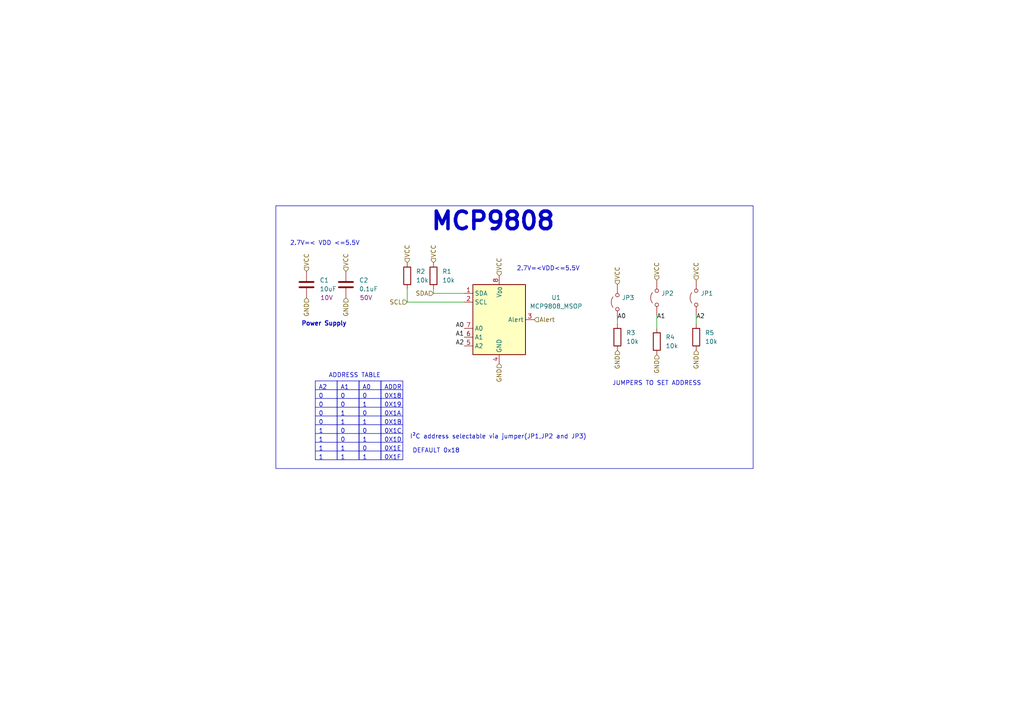
<source format=kicad_sch>
(kicad_sch (version 20250114) (generator "eeschema") (generator_version "9.0")
  (paper "A4")
  (lib_symbols
    (symbol "Library:C" (pin_numbers (hide yes)) (pin_names (offset 0.254))
      (property "Reference" "C" (at 0.635 2.54 0))
      (property "Value" "C" (at 0.635 -2.54 0))
      (symbol "C_0_1"
        (polyline (pts (xy -2.032 0.762) (xy 2.032 0.762)) (stroke (width 0.508)))
        (polyline (pts (xy -2.032 -0.762) (xy 2.032 -0.762)) (stroke (width 0.508)))
      )
      (symbol "C_1_1"
        (pin passive line (at 0 3.81 270) (length 2.794) (name "~") (number "1"))
        (pin passive line (at 0 -3.81 90) (length 2.794) (name "~") (number "2"))
      )
    )
    (symbol "Library:Jumper_2_Open" (pin_numbers (hide yes)) (pin_names (offset 0) (hide yes))
      (property "Reference" "JP" (at 0 2.794 0))
      (property "Value" "Jumper_2_Open" (at 0 -2.286 0))
      (symbol "Jumper_2_Open_0_0"
        (circle (center -2.032 0) (radius 0.508))
        (circle (center 2.032 0) (radius 0.508))
      )
      (symbol "Jumper_2_Open_0_1"
        (arc (start -1.524 1.27) (mid 0 1.778) (end 1.524 1.27))
      )
      (symbol "Jumper_2_Open_1_1"
        (pin passive line (at -5.08 0 0) (length 2.54) (name "A") (number "1"))
        (pin passive line (at 5.08 0 180) (length 2.54) (name "B") (number "2"))
      )
    )
    (symbol "Library:MCP9808_MSOP"
      (property "Reference" "U" (at -6.35 11.43 0))
      (property "Value" "MCP9808_MSOP" (at 10.16 11.43 0))
      (symbol "MCP9808_MSOP_0_1"
        (rectangle (start -7.62 10.16) (end 7.62 -10.16) (stroke (width 0.254)) (fill (type background)))
      )
      (symbol "MCP9808_MSOP_1_1"
        (pin bidirectional line (at -10.16 7.62 0) (length 2.54) (name "SDA") (number "1"))
        (pin input line (at -10.16 5.08 0) (length 2.54) (name "SCL") (number "2"))
        (pin input line (at -10.16 -2.54 0) (length 2.54) (name "A0") (number "7"))
        (pin input line (at -10.16 -5.08 0) (length 2.54) (name "A1") (number "6"))
        (pin input line (at -10.16 -7.62 0) (length 2.54) (name "A2") (number "5"))
        (pin power_in line (at 0 12.7 270) (length 2.54) (name "V_{DD}") (number "8"))
        (pin power_in line (at 0 -12.7 90) (length 2.54) (name "GND") (number "4"))
        (pin output line (at 10.16 0 180) (length 2.54) (name "Alert") (number "3"))
      )
    )
    (symbol "Library:R" (pin_numbers (hide yes)) (pin_names (offset 0))
      (property "Reference" "R" (at 2.032 0 90))
      (property "Value" "R" (at 0 0 90))
      (symbol "R_0_1"
        (rectangle (start -1.016 -2.54) (end 1.016 2.54) (stroke (width 0.254)))
      )
      (symbol "R_1_1"
        (pin passive line (at 0 3.81 270) (length 1.27) (name "~") (number "1"))
        (pin passive line (at 0 -3.81 90) (length 1.27) (name "~") (number "2"))
      )
    )
  )
  (rectangle (start 80.01 59.69) (end 218.44 135.89))
  (text "JUMPERS TO SET ADDRESS" (at 190.5 111.252 0) (effects (font (size 1.27 1.27))))
  (text "I²C address selectable via jumper(JP1,JP2 and JP3)" (at 144.526 126.746 0) (effects (font (size 1.27 1.27))))
  (text "2.7V=<VDD<=5.5V" (at 159.004 77.978 0) (effects (font (size 1.27 1.27))))
  (text "MCP9808" (at 143.002 64.262 0) (effects (font (size 5.08 5.08) (thickness 1.016) (bold yes))))
  (text "Power Supply\n" (at 93.98 93.98 0) (effects (font (size 1.27 1.27) (thickness 0.254) (bold yes))))
  (text "2.7V=< VDD <=5.5V" (at 94.234 70.612 0) (effects (font (size 1.27 1.27))))
  (text "DEFAULT 0x18" (at 126.492 130.81 0) (effects (font (size 1.27 1.27))))
  (text "ADDRESS TABLE\n" (at 102.87 108.966 0) (effects (font (size 1.27 1.27))))
  (wire (pts (xy 179.07 92.71) (xy 179.07 93.98)))
  (wire (pts (xy 134.62 87.63) (xy 118.11 87.63)))
  (wire (pts (xy 134.62 85.09) (xy 125.73 85.09)))
  (wire (pts (xy 190.5 91.44) (xy 190.5 95.25)))
  (wire (pts (xy 118.11 87.63) (xy 118.11 83.82)))
  (wire (pts (xy 125.73 85.09) (xy 125.73 83.82)))
  (wire (pts (xy 201.93 91.44) (xy 201.93 93.98)))
  (table (column_count 1) (border (external yes) (header yes)) (separators (rows yes) (cols yes)) (column_widths 6.35) (row_heights 2.54 2.54 2.54 2.54 2.54 2.54 2.54 2.54 2.54) (cells (table_cell "ADDR" (at 110.49 110.49 0) (size 6.35 2.54) (margins 0.9525 0.9525 0.9525 0.9525) (span 1 1)) (table_cell "0X18" (at 110.49 113.03 0) (size 6.35 2.54) (margins 0.9525 0.9525 0.9525 0.9525) (span 1 1)) (table_cell "0X19" (at 110.49 115.57 0) (size 6.35 2.54) (margins 0.9525 0.9525 0.9525 0.9525) (span 1 1)) (table_cell "0X1A" (at 110.49 118.11 0) (size 6.35 2.54) (margins 0.9525 0.9525 0.9525 0.9525) (span 1 1)) (table_cell "0X1B" (at 110.49 120.65 0) (size 6.35 2.54) (margins 0.9525 0.9525 0.9525 0.9525) (span 1 1)) (table_cell "0X1C" (at 110.49 123.19 0) (size 6.35 2.54) (margins 0.9525 0.9525 0.9525 0.9525) (span 1 1)) (table_cell "0X1D" (at 110.49 125.73 0) (size 6.35 2.54) (margins 0.9525 0.9525 0.9525 0.9525) (span 1 1)) (table_cell "0X1E" (at 110.49 128.27 0) (size 6.35 2.54) (margins 0.9525 0.9525 0.9525 0.9525) (span 1 1)) (table_cell "0X1F" (at 110.49 130.81 0) (size 6.35 2.54) (margins 0.9525 0.9525 0.9525 0.9525) (span 1 1))))
  (table (column_count 1) (border (external yes) (header yes)) (separators (rows yes) (cols yes)) (column_widths 6.35) (row_heights 2.54 2.54 2.54 2.54 2.54 2.54 2.54 2.54 2.54) (cells (table_cell "A0" (at 104.14 110.49 0) (size 6.35 2.54) (margins 0.9525 0.9525 0.9525 0.9525) (span 1 1)) (table_cell "0" (at 104.14 113.03 0) (size 6.35 2.54) (margins 0.9525 0.9525 0.9525 0.9525) (span 1 1)) (table_cell "1" (at 104.14 115.57 0) (size 6.35 2.54) (margins 0.9525 0.9525 0.9525 0.9525) (span 1 1)) (table_cell "0" (at 104.14 118.11 0) (size 6.35 2.54) (margins 0.9525 0.9525 0.9525 0.9525) (span 1 1)) (table_cell "1" (at 104.14 120.65 0) (size 6.35 2.54) (margins 0.9525 0.9525 0.9525 0.9525) (span 1 1)) (table_cell "0" (at 104.14 123.19 0) (size 6.35 2.54) (margins 0.9525 0.9525 0.9525 0.9525) (span 1 1)) (table_cell "1" (at 104.14 125.73 0) (size 6.35 2.54) (margins 0.9525 0.9525 0.9525 0.9525) (span 1 1)) (table_cell "0" (at 104.14 128.27 0) (size 6.35 2.54) (margins 0.9525 0.9525 0.9525 0.9525) (span 1 1)) (table_cell "1" (at 104.14 130.81 0) (size 6.35 2.54) (margins 0.9525 0.9525 0.9525 0.9525) (span 1 1))))
  (table (column_count 1) (border (external yes) (header yes)) (separators (rows yes) (cols yes)) (column_widths 6.35) (row_heights 2.54 2.54 2.54 2.54 2.54 2.54 2.54 2.54 2.54) (cells (table_cell "A2" (at 91.44 110.49 0) (size 6.35 2.54) (margins 0.9525 0.9525 0.9525 0.9525) (span 1 1)) (table_cell "0" (at 91.44 113.03 0) (size 6.35 2.54) (margins 0.9525 0.9525 0.9525 0.9525) (span 1 1)) (table_cell "0" (at 91.44 115.57 0) (size 6.35 2.54) (margins 0.9525 0.9525 0.9525 0.9525) (span 1 1)) (table_cell "0" (at 91.44 118.11 0) (size 6.35 2.54) (margins 0.9525 0.9525 0.9525 0.9525) (span 1 1)) (table_cell "0" (at 91.44 120.65 0) (size 6.35 2.54) (margins 0.9525 0.9525 0.9525 0.9525) (span 1 1)) (table_cell "1" (at 91.44 123.19 0) (size 6.35 2.54) (margins 0.9525 0.9525 0.9525 0.9525) (span 1 1)) (table_cell "1" (at 91.44 125.73 0) (size 6.35 2.54) (margins 0.9525 0.9525 0.9525 0.9525) (span 1 1)) (table_cell "1" (at 91.44 128.27 0) (size 6.35 2.54) (margins 0.9525 0.9525 0.9525 0.9525) (span 1 1)) (table_cell "1" (at 91.44 130.81 0) (size 6.35 2.54) (margins 0.9525 0.9525 0.9525 0.9525) (span 1 1))))
  (table (column_count 1) (border (external yes) (header yes)) (separators (rows yes) (cols yes)) (column_widths 6.35) (row_heights 2.54 2.54 2.54 2.54 2.54 2.54 2.54 2.54 2.54) (cells (table_cell "A1" (at 97.79 110.49 0) (size 6.35 2.54) (margins 0.9525 0.9525 0.9525 0.9525) (span 1 1)) (table_cell "0" (at 97.79 113.03 0) (size 6.35 2.54) (margins 0.9525 0.9525 0.9525 0.9525) (span 1 1)) (table_cell "0" (at 97.79 115.57 0) (size 6.35 2.54) (margins 0.9525 0.9525 0.9525 0.9525) (span 1 1)) (table_cell "1" (at 97.79 118.11 0) (size 6.35 2.54) (margins 0.9525 0.9525 0.9525 0.9525) (span 1 1)) (table_cell "1" (at 97.79 120.65 0) (size 6.35 2.54) (margins 0.9525 0.9525 0.9525 0.9525) (span 1 1)) (table_cell "0" (at 97.79 123.19 0) (size 6.35 2.54) (margins 0.9525 0.9525 0.9525 0.9525) (span 1 1)) (table_cell "0" (at 97.79 125.73 0) (size 6.35 2.54) (margins 0.9525 0.9525 0.9525 0.9525) (span 1 1)) (table_cell "1" (at 97.79 128.27 0) (size 6.35 2.54) (margins 0.9525 0.9525 0.9525 0.9525) (span 1 1)) (table_cell "1" (at 97.79 130.81 0) (size 6.35 2.54) (margins 0.9525 0.9525 0.9525 0.9525) (span 1 1))))
  (label "A2" (at 134.62 100.33 180))
  (label "A1" (at 134.62 97.79 180))
  (label "A1" (at 190.5 92.71 0))
  (label "A0" (at 179.07 92.71 0))
  (label "A2" (at 201.93 92.71 0))
  (label "A0" (at 134.62 95.25 180))
  (hierarchical_label "Alert" (shape input) (at 154.94 92.71 0))
  (hierarchical_label "VCC" (shape input) (at 144.78 80.01 90))
  (hierarchical_label "VCC" (shape input) (at 125.73 76.2 90))
  (hierarchical_label "VCC" (shape input) (at 179.07 82.55 90))
  (hierarchical_label "GND" (shape input) (at 88.9 86.36 270))
  (hierarchical_label "GND" (shape input) (at 144.78 105.41 270))
  (hierarchical_label "GND" (shape input) (at 190.5 102.87 270))
  (hierarchical_label "VCC" (shape input) (at 100.33 78.74 90))
  (hierarchical_label "VCC" (shape input) (at 201.93 81.28 90))
  (hierarchical_label "SDA" (shape input) (at 125.73 85.09 180))
  (hierarchical_label "GND" (shape input) (at 179.07 101.6 270))
  (hierarchical_label "SCL" (shape input) (at 118.11 87.63 180))
  (hierarchical_label "GND" (shape input) (at 201.93 101.6 270))
  (hierarchical_label "VCC" (shape input) (at 88.9 78.74 90))
  (hierarchical_label "GND" (shape input) (at 100.33 86.36 270))
  (hierarchical_label "VCC" (shape input) (at 190.5 81.28 90))
  (hierarchical_label "VCC" (shape input) (at 118.11 76.2 90))
  (symbol (lib_id "Library:Jumper_2_Open") (at 201.93 86.36 90) (unit 1)
    (property "Reference" "JP1" (at 203.2 85.0899 90) (effects (justify right)))
    (property "Value" "Jumper_2_Open" (effects (hide yes)))
    (property "Footprint" "Jumper:SolderJumper-2_P1.3mm_Open_RoundedPad1.0x1.5mm" (effects (hide yes)))
    (property "Description" "Jumper, 2-pole, open" (effects (hide yes)))
  )
  (symbol (lib_id "Library:R") (at 125.73 80.01 0) (unit 1)
    (property "Reference" "R1" (at 128.27 78.7399 0) (effects (justify left)))
    (property "Value" "10k" (at 128.27 81.2799 0) (effects (justify left)))
    (property "Footprint" "Resistor_SMD:R_0603_1608Metric" (effects (hide yes)))
    (property "Description" "Resistor" (effects (hide yes)))
    (property "LCSC_part#" "C25804" (effects (hide yes)))
    (property "MPN" "0603WAF1002T5E" (effects (hide yes)))
  )
  (symbol (lib_id "Library:C") (at 88.9 82.55 0) (unit 1)
    (property "Reference" "C1" (at 92.71 81.2799 0) (effects (justify left)))
    (property "Value" "10uF" (at 92.71 83.8199 0) (effects (justify left)))
    (property "Footprint" "Capacitor_SMD:C_0603_1608Metric" (effects (hide yes)))
    (property "Description" "Unpolarized capacitor" (effects (hide yes)))
    (property "LCSC_part#" "C22399626" (effects (hide yes)))
    (property "MPN" "CGA0603X7R106K100JT" (effects (hide yes)))
    (property "Voltage" "10V" (at 94.742 86.36 0))
  )
  (symbol (lib_id "Library:R") (at 201.93 97.79 0) (unit 1)
    (property "Reference" "R5" (at 204.47 96.5199 0) (effects (justify left)))
    (property "Value" "10k" (at 204.47 99.0599 0) (effects (justify left)))
    (property "Footprint" "Resistor_SMD:R_0603_1608Metric" (effects (hide yes)))
    (property "Description" "Resistor" (effects (hide yes)))
    (property "MPN" "0603WAF1002T5E" (effects (hide yes)))
    (property "LCSC_part#" "C25804" (effects (hide yes)))
  )
  (symbol (lib_id "Library:R") (at 179.07 97.79 0) (unit 1)
    (property "Reference" "R3" (at 181.61 96.5199 0) (effects (justify left)))
    (property "Value" "10k" (at 181.61 99.0599 0) (effects (justify left)))
    (property "Footprint" "Resistor_SMD:R_0603_1608Metric" (effects (hide yes)))
    (property "Description" "Resistor" (effects (hide yes)))
    (property "MPN" "0603WAF1002T5E" (effects (hide yes)))
    (property "LCSC_part#" "C25804" (effects (hide yes)))
  )
  (symbol (lib_id "Library:R") (at 118.11 80.01 0) (unit 1)
    (property "Reference" "R2" (at 120.65 78.7399 0) (effects (justify left)))
    (property "Value" "10k" (at 120.65 81.2799 0) (effects (justify left)))
    (property "Footprint" "Resistor_SMD:R_0603_1608Metric" (effects (hide yes)))
    (property "Description" "Resistor" (effects (hide yes)))
    (property "LCSC_part#" "C25804" (effects (hide yes)))
    (property "MPN" "0603WAF1002T5E" (effects (hide yes)))
  )
  (symbol (lib_id "Library:Jumper_2_Open") (at 179.07 87.63 90) (unit 1)
    (property "Reference" "JP3" (at 180.34 86.3599 90) (effects (justify right)))
    (property "Value" "Jumper_2_Open" (effects (hide yes)))
    (property "Footprint" "Jumper:SolderJumper-2_P1.3mm_Open_RoundedPad1.0x1.5mm" (effects (hide yes)))
    (property "Description" "Jumper, 2-pole, open" (effects (hide yes)))
  )
  (symbol (lib_id "Library:MCP9808_MSOP") (at 144.78 92.71 0) (unit 1)
    (property "Reference" "U1" (at 161.29 86.2898 0))
    (property "Value" "MCP9808_MSOP" (at 161.29 88.8298 0))
    (property "Footprint" "Package_SO:MSOP-8_3x3mm_P0.65mm" (effects (hide yes)))
    (property "Datasheet" "http://ww1.microchip.com/downloads/en/DeviceDoc/22203b.pdf" (effects (hide yes)))
    (property "Description" "±0.25°C (±0.5°C) Typical (Maximum), Digital Temperature Sensor, MSOP-8" (effects (hide yes)))
    (property "LCSC_part#" "C94847" (effects (hide yes)))
    (property "MPN" "MCP9808-E/MS" (effects (hide yes)))
  )
  (symbol (lib_id "Library:Jumper_2_Open") (at 190.5 86.36 90) (unit 1)
    (property "Reference" "JP2" (at 191.77 85.0899 90) (effects (justify right)))
    (property "Value" "Jumper_2_Open" (effects (hide yes)))
    (property "Footprint" "Jumper:SolderJumper-2_P1.3mm_Open_RoundedPad1.0x1.5mm" (effects (hide yes)))
    (property "Description" "Jumper, 2-pole, open" (effects (hide yes)))
  )
  (symbol (lib_id "Library:R") (at 190.5 99.06 0) (unit 1)
    (property "Reference" "R4" (at 193.04 97.7899 0) (effects (justify left)))
    (property "Value" "10k" (at 193.04 100.3299 0) (effects (justify left)))
    (property "Footprint" "Resistor_SMD:R_0603_1608Metric" (effects (hide yes)))
    (property "Description" "Resistor" (effects (hide yes)))
    (property "MPN" "0603WAF1002T5E" (effects (hide yes)))
    (property "LCSC_part#" "C25804" (effects (hide yes)))
  )
  (symbol (lib_id "Library:C") (at 100.33 82.55 0) (unit 1)
    (property "Reference" "C2" (at 104.14 81.2799 0) (effects (justify left)))
    (property "Value" "0.1uF" (at 104.14 83.8199 0) (effects (justify left)))
    (property "Footprint" "Capacitor_SMD:C_0603_1608Metric" (effects (hide yes)))
    (property "Description" "Unpolarized capacitor" (effects (hide yes)))
    (property "LCSC_part#" "C14663" (effects (hide yes)))
    (property "MPN" "CC0603KRX7R9BB104" (effects (hide yes)))
    (property "Voltage" "50V" (at 106.172 86.36 0))
  )
)
</source>
